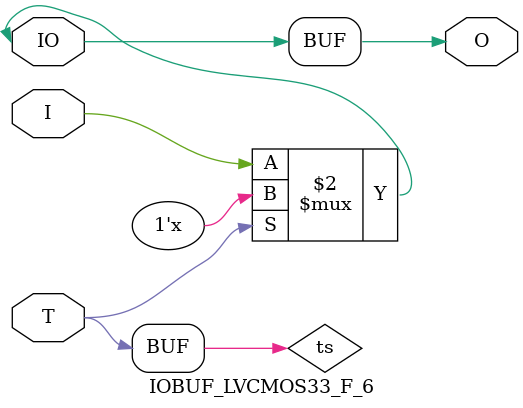
<source format=v>

/*

FUNCTION    : INPUT TRI-STATE OUTPUT BUFFER

*/

`celldefine
`timescale  100 ps / 10 ps

module IOBUF_LVCMOS33_F_6 (O, IO, I, T);

    output O;

    inout  IO;

    input  I, T;

    or O1 (ts, 1'b0, T);
    bufif0 T1 (IO, I, ts);

    buf B1 (O, IO);

endmodule

</source>
